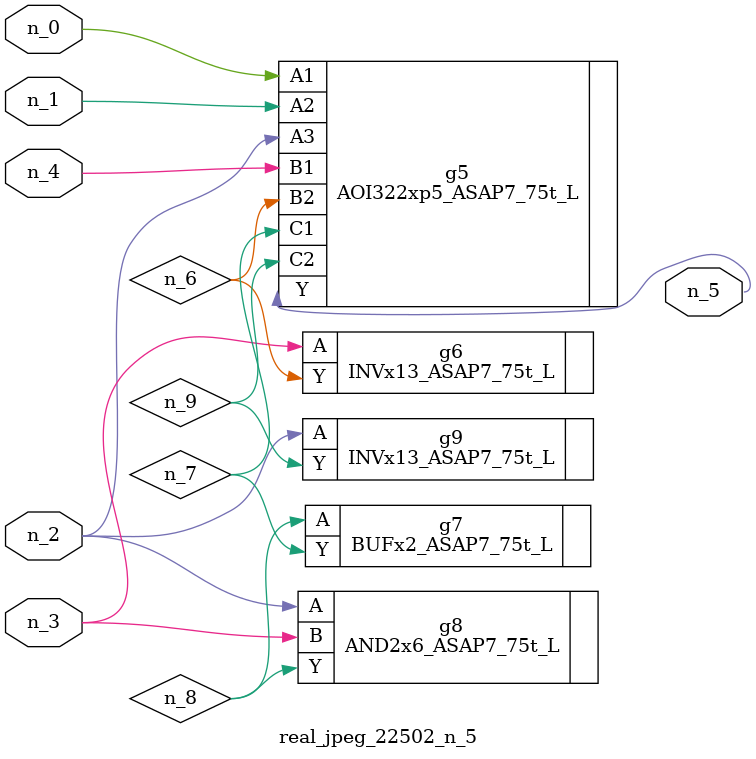
<source format=v>
module real_jpeg_22502_n_5 (n_4, n_0, n_1, n_2, n_3, n_5);

input n_4;
input n_0;
input n_1;
input n_2;
input n_3;

output n_5;

wire n_8;
wire n_6;
wire n_7;
wire n_9;

AOI322xp5_ASAP7_75t_L g5 ( 
.A1(n_0),
.A2(n_1),
.A3(n_2),
.B1(n_4),
.B2(n_6),
.C1(n_7),
.C2(n_9),
.Y(n_5)
);

AND2x6_ASAP7_75t_L g8 ( 
.A(n_2),
.B(n_3),
.Y(n_8)
);

INVx13_ASAP7_75t_L g9 ( 
.A(n_2),
.Y(n_9)
);

INVx13_ASAP7_75t_L g6 ( 
.A(n_3),
.Y(n_6)
);

BUFx2_ASAP7_75t_L g7 ( 
.A(n_8),
.Y(n_7)
);


endmodule
</source>
